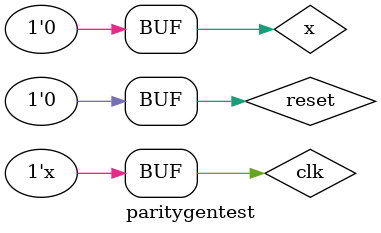
<source format=v>

module paritygentest;
    wire z;
    reg x,reset,clk;
    parity_gen p1(x,clk,reset,z);
    // initial processes execute once, whereas always forever
    initial
    begin
        reset = 1'b0;
        clk = 1'b0;
        x=1'b0;
    end
    always
        #5  //after delay of 5 units, clock is changing its state => period 10 units
        clk = ~clk;
        initial
        begin
            #3 reset =1'b1;
            #10 reset = 1'b0;
                x=1'b1;
            #10 x=1'b0;
            #10 x=1'b1;
            #10 x=1'b1;
            #10 x=1'b0;
        end
endmodule
</source>
